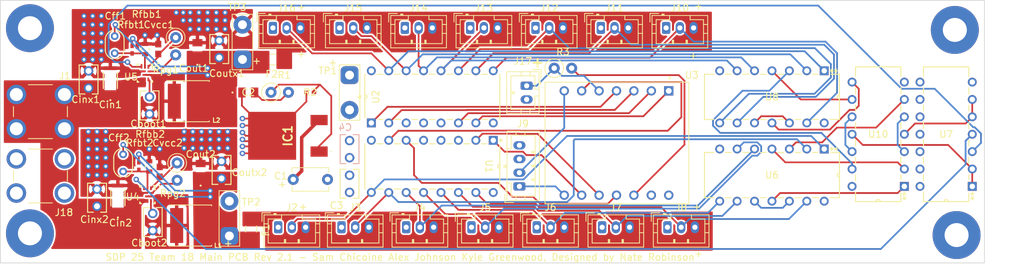
<source format=kicad_pcb>
(kicad_pcb (version 20221018) (generator pcbnew)
  (title_block (title "SDP25 Team18 Main PCB") (date "2024-11-19") (rev "2.1") (company "UMass Amherst") (comment 1 "Designed by Nathan Robinson") (comment 2 "Sam Chicoine") (comment 3 "Alex Johnson") (comment 4 "Kyle Greenwood"))
  (layers (0 "F.Cu" signal) (1 "In1.Cu" power "Power.Cu") (2 "In2.Cu" power "GND.Cu") (31 "B.Cu" signal) (34 "B.Paste" user) (35 "F.Paste" user) (36 "B.SilkS" user "B.Silkscreen") (37 "F.SilkS" user "F.Silkscreen") (38 "B.Mask" user) (39 "F.Mask" user) (44 "Edge.Cuts" user))
  (net 0 "")
  (net 1 "/Vin")
  (net 2 "GND")
  (net 3 "/Vout3")
  (net 4 "Net-(U5-BST)")
  (net 5 "/SW1")
  (net 6 "Net-(U4-BST)")
  (net 7 "/SW2")
  (net 8 "Net-(U5-FB)")
  (net 9 "/Vout2")
  (net 10 "Net-(U4-FB)")
  (net 11 "Net-(U5-VCC)")
  (net 12 "Net-(U4-VCC)")
  (net 13 "Net-(IC1-ADJ)")
  (net 14 "Net-(U1-E)")
  (net 15 "Net-(U1-D)")
  (net 16 "Net-(U1-C)")
  (net 17 "Net-(U1-B)")
  (net 18 "Net-(U1-A)")
  (net 19 "Net-(U1-G)")
  (net 20 "Net-(U1-F)")
  (net 21 "Net-(U2-E)")
  (net 22 "Net-(U2-D)")
  (net 23 "Net-(U2-C)")
  (net 24 "Net-(U2-B)")
  (net 25 "Net-(U2-A)")
  (net 26 "Net-(U2-G)")
  (net 27 "Net-(U2-F)")
  (net 28 "Net-(U3-VCC_3V3)")
  (net 29 "Net-(U3-D4)")
  (net 30 "Net-(U5-SS)")
  (net 31 "Net-(U4-SS)")
  (net 32 "Net-(U1-D1)")
  (net 33 "Net-(U1-D2)")
  (net 34 "Net-(U1-D3)")
  (net 35 "Net-(U1-D0)")
  (net 36 "Net-(U2-D1)")
  (net 37 "Net-(U2-D2)")
  (net 38 "Net-(U2-D3)")
  (net 39 "Net-(U2-D0)")
  (net 40 "Net-(U3-TX_D6)")
  (net 41 "/Vout1")
  (net 42 "Net-(U3-RX_D7)")
  (net 43 "/Vout1-P")
  (net 44 "/Vout2-P")
  (net 46 "Net-(U4-EN)")
  (net 47 "Net-(U5-EN)")
  (net 48 "Net-(U10-C)")
  (net 49 "Net-(U10-A)")
  (net 50 "Net-(U6-H)")
  (net 51 "Net-(U10-B)")
  (net 52 "/OR_out1")
  (net 53 "/OR_out2")
  (net 60 "/J1")
  (net 61 "/K1")
  (net 62 "Net-(U8-H)")
  (net 63 "/M1")
  (net 64 "Net-(U10-D)")
  (net 65 "Net-(U10-H)")
  (footprint "7768:KEYSTONE_7768" (layer "F.Cu") (at 97.79 81.534 90)
    (fp_text reference "J1")
    (fp_text value "7768")
  )
  (footprint "Connector_JST:JST_PH_B4B-PH-K_1x04_P2.00mm_Vertical" (layer "F.Cu") (at 167.64 92.456 90)
    (fp_text reference "J9")
    (fp_text value "Radar Conn")
  )
  (footprint "VLS6045EX_1R0N:IND_VLS6045EX-1R0N" (layer "F.Cu") (at 119.419 80.01)
    (fp_text reference "L2")
    (fp_text value "1uH")
  )
  (footprint "7768:KEYSTONE_7768" (layer "F.Cu") (at 97.79 90.932 90)
    (fp_text reference "J18")
    (fp_text value "7768")
  )
  (footprint "FG18X7R1H104KNT00:CAP_FG18_TDK" (layer "F.Cu") (at 114.173 98.913 90)
    (fp_text reference "Cboot2")
    (fp_text value "0.1uF")
  )
  (footprint "GRM21BR61A226ME44L:CAP_GRM21B_MUR" (layer "F.Cu") (at 128.1049 78.74)
    (fp_text reference "C2")
    (fp_text value "22uF")
  )
  (footprint "RC0603FR_0730KL:RES_RC0603_YAG" (layer "F.Cu") (at 113.665 89.535 90)
    (fp_text reference "Rfbb2")
    (fp_text value "30k")
  )
  (footprint "RC0603FR_0730KL:RES_RC0603_YAG" (layer "F.Cu") (at 113.069 72.39 90)
    (fp_text reference "Rfbb1")
    (fp_text value "30k")
  )
  (footprint "Connector_JST:JST_PH_B3B-PH-K_1x03_P2.00mm_Vertical" (layer "F.Cu") (at 189.23 98.425)
    (fp_text reference "J8")
    (fp_text value "D1PCB7")
  )
  (footprint "Connector_JST:JST_PH_B3B-PH-K_1x03_P2.00mm_Vertical" (layer "F.Cu") (at 169.99 69.3)
    (fp_text reference "J12")
    (fp_text value "D2PCB3")
  )
  (footprint "Resistor_THT:R_Axial_DIN0207_L6.3mm_D2.5mm_P2.54mm_Vertical" (layer "F.Cu") (at 172.72 75.184)
    (fp_text reference "R3")
    (fp_text value "R")
  )
  (footprint "C3216X5R1E336M160AC:CAP_3216_TDK" (layer "F.Cu") (at 109.093 94.107 90)
    (fp_text reference "Cin2")
    (fp_text value "33uF")
  )
  (footprint "ERJ_2RKF62R0X:ERJ_2RKF62R0X" (layer "F.Cu") (at 137.1346 78.7146)
    (fp_text reference "R2")
    (fp_text value "62")
  )
  (footprint "FG18X7R1H104KNT00:CAP_FG18_TDK" (layer "F.Cu") (at 123.864 73.64 90)
    (fp_text reference "Coutx1")
    (fp_text value "0.1uF")
  )
  (footprint "Connector_JST:JST_PH_B3B-PH-K_1x03_P2.00mm_Vertical" (layer "F.Cu") (at 151.13 98.425)
    (fp_text reference "J4")
    (fp_text value "D1PCB3")
  )
  (footprint "MountingHole:MountingHole_3.5mm_Pad" (layer "F.Cu") (at 231.14 69.596)
    (fp_text reference "REF**" hide)
    (fp_text value "MountingHole_3.5mm_Pad")
  )
  (footprint "CD74HCT4511E:N16" (layer "F.Cu") (at 146.05 93.345 -90)
    (fp_text reference "U1")
    (fp_text value "BCD-To-7 2" hide)
  )
  (footprint "EMK107B7105KA_T:cap_UMK107ABJ474KA-T_TAY" (layer "F.Cu") (at 115.189 90.3351 90)
    (fp_text reference "Cvcc2")
    (fp_text value "1uF")
  )
  (footprint "CD4071BE:CD4071BE" (layer "F.Cu") (at 216.154 77.216 180)
    (fp_text reference "U10")
    (fp_text value "OR")
  )
  (footprint "FG18X7R1H104KNT00:CAP_FG18_TDK" (layer "F.Cu") (at 106.045 95.357 90)
    (fp_text reference "Cinx2")
    (fp_text value "0.1uF")
  )
  (footprint "0685T6000_01:FUSC3215X83N" (layer "F.Cu") (at 131.699 73.914 180)
    (fp_text reference "F2")
    (fp_text value "Fuse")
  )
  (footprint "GRM21BR61A226ME44L:CAP_GRM21B_MUR" (layer "F.Cu") (at 121.158 90.043 90)
    (fp_text reference "Cout2")
    (fp_text value "22uF")
  )
  (footprint "Resistor_THT:R_Axial_DIN0207_L6.3mm_D2.5mm_P2.54mm_Vertical" (layer "F.Cu") (at 131.4196 78.7146)
    (fp_text reference "R1")
    (fp_text value "150" hide)
  )
  (footprint "Connector_JST:JST_PH_B3B-PH-K_1x03_P2.00mm_Vertical" (layer "F.Cu") (at 189.04 69.3)
    (fp_text reference "J10")
    (fp_text value "D2PCB1")
  )
  (footprint "TestPoint:TestPoint_2Pads_Pitch5.08mm_Drill1.3mm" (layer "F.Cu") (at 125.349 99.695 90)
    (fp_text reference "TP2")
    (fp_text value "TP 2.5V" hide)
  )
  (footprint "TestPoint:TestPoint_2Pads_Pitch5.08mm_Drill1.3mm" (layer "F.Cu") (at 142.875 76.2 -90)
    (fp_text reference "TP1")
    (fp_text value "TP 5V" hide)
  )
  (footprint "MountingHole:MountingHole_3.5mm_Pad" (layer "F.Cu") (at 96.266 99.314)
    (fp_text reference "REF**" hide)
    (fp_text value "MountingHole_3.5mm_Pad" hide)
  )
  (footprint "AZ1084CDADJTRG1:AZ1084CDADJTRG1" (layer "F.Cu") (at 133.88 85.0646 90)
    (fp_text reference "IC1")
    (fp_text value "5V Voltage Reg." hide)
  )
  (footprint "Connector_JST:JST_PH_B3B-PH-K_1x03_P2.00mm_Vertical" (layer "F.Cu") (at 170.18 98.425)
    (fp_text reference "J6")
    (fp_text value "D1PCB5")
  )
  (footprint "Connector_JST:JST_PH_B2B-PH-K_1x02_P2.00mm_Vertical" (layer "F.Cu") (at 168.698 77.756 -90)
    (fp_text reference "J17")
    (fp_text value "Setup Connector")
  )
  (footprint "Capacitor_THT:C_Disc_D5.1mm_W3.2mm_P5.00mm" (layer "F.Cu") (at 134.66 91.44)
    (fp_text reference "C1")
    (fp_text value "10uF" hide)
  )
  (footprint "C3216X5R1E336M160AC:CAP_3216_TDK" (layer "F.Cu") (at 107.989 76.962 90)
    (fp_text reference "Cin1")
    (fp_text value "33uF")
  )
  (footprint "CD74HCT4511E:N16" (layer "F.Cu") (at 163.83 75.565 90)
    (fp_text reference "U2")
    (fp_text value "BCD-TO-7 1" hide)
  )
  (footprint "FA18C0G1H150JNU00:CAP_FA18_TDK" (layer "F.Cu") (at 108.624 71.755 -90)
    (fp_text reference "Cff1")
    (fp_text value "15pF")
  )
  (footprint "FA18C0G1H150JNU00:CAP_FA18_TDK" (layer "F.Cu") (at 109.855 89.027 -90)
    (fp_text reference "Cff2")
    (fp_text value "15pF")
  )
  (footprint "FG18X7R1H104KNT00:CAP_FG18_TDK" (layer "F.Cu") (at 113.704 81.875 90)
    (fp_text reference "Cboot1")
    (fp_text value "0.1uF")
  )
  (footprint "MountingHole:MountingHole_3.5mm_Pad" (layer "F.Cu") (at 231.394 99.568)
    (fp_text reference "REF**" hide)
    (fp_text value "MountingHole_3.5mm_Pad")
  )
  (footprint "EMK107B7105KA_T:cap_UMK107ABJ474KA-T_TAY" (layer "F.Cu") (at 114.974 72.39 90)
    (fp_text reference "Cvcc1")
    (fp_text value "1uF")
  )
  (footprint "Connector_JST:JST_PH_B3B-PH-K_1x03_P2.00mm_Vertical" (layer "F.Cu") (at 132.461 98.425)
    (fp_text reference "J2")
    (fp_text value "D1PCB1")
  )
  (footprint "Resistor_THT:R_Axial_DIN0207_L6.3mm_D2.5mm_P2.54mm_Vertical" (layer "F.Cu") (at 117.729 89.027 -90)
    (fp_text reference "Rpg2")
    (fp_text value "100k" hide)
  )
  (footprint "TestPoint:TestPoint_2Pads_Pitch5.08mm_Drill1.3mm" (layer "F.Cu") (at 127.254 73.914 90)
    (fp_text reference "TP3")
    (fp_text value "TP 2.5V" hide)
  )
  (footprint "CD4071BE:CD4071BE" (layer "F.Cu") (at 196.85 83.185 -90)
    (fp_text reference "U8")
    (fp_text value "OR")
  )
  (footprint "Connector_JST:JST_PH_B3B-PH-K_1x03_P2.00mm_Vertical" (layer "F.Cu") (at 150.94 69.3)
    (fp_text reference "J14")
    (fp_text value "D2PCB5")
  )
  (footprint "FG18X7R1H104KNT00:CAP_FG18_TDK" (layer "F.Cu") (at 124.206 91.293 90)
    (fp_text reference "Coutx2")
    (fp_text value "0.1uF")
  )
  (footprint "CD4001BE:CD4001BE" (layer "F.Cu") (at 226.06 77.216 180)
    (fp_text reference "U7")
    (fp_text value "NOR")
  )
  (footprint "Resistor_THT:R_Axial_DIN0207_L6.3mm_D2.5mm_P2.54mm_Vertical" (layer "F.Cu") (at 117.514 70.71 -90)
    (fp_text reference "Rpg1")
    (fp_text value "100k")
  )
  (footprint "Connector_JST:JST_PH_B3B-PH-K_1x03_P2.00mm_Vertical" (layer "F.Cu") (at 179.705 98.425)
    (fp_text reference "J7")
    (fp_text value "D1PCB6")
  )
  (footprint "TPS566238PRQFR:RQF0009A" (layer "F.Cu") (at 113.029 75.909998 -90)
    (fp_text reference "U5")
    (fp_text value "TPS566238PRQFR")
  )
  (footprint "FG18X7R1H104KNT00:CAP_FG18_TDK" (layer "F.Cu") (at 104.814 78.085 90)
    (fp_text reference "Cinx1")
    (fp_text value "0.1uF")
  )
  (footprint "CRCW040295K3FKED:RC0402N_VIS" (layer "F.Cu") (at 112.141 89.490201 -90)
    (fp_text reference "Rfbt2")
    (fp_text value "95.3k")
  )
  (footprint "113991054:MODULE_113991054" (layer "F.Cu") (at 181.864 86.1195 -90)
    (fp_text reference "U3")
    (fp_text value "XIAO ESP32C3" hide)
  )
  (footprint "MountingHole:MountingHole_3.5mm_Pad" (layer "F.Cu") (at 96.266 69.342)
    (fp_text reference "REF**" hide)
    (fp_text value "MountingHole_3.5mm_Pad" hide)
  )
  (footprint "Connector_JST:JST_PH_B3B-PH-K_1x03_P2.00mm_Vertical" (layer "F.Cu") (at 160.465 69.3)
    (fp_text reference "J13")
    (fp_text value "D2PCB4" hide)
  )
  (footprint "TPS566238PRQFR:RQF0009A" (layer "F.Cu") (at 113.402999 93.657001 -90)
    (fp_text reference "U4")
    (fp_text value "TPS566238PRQFR")
  )
  (footprint "CRCW040295K3FKED:RC0402N_VIS" (layer "F.Cu") (at 111.164 72.472201 -90)
    (fp_text reference "Rfbt1")
    (fp_text value "95.3k")
  )
  (footprint "Connector_JST:JST_PH_B3B-PH-K_1x03_P2.00mm_Vertical" (layer "F.Cu") (at 141.415 69.3)
    (fp_text reference "J15")
    (fp_text value "D2PCB6")
  )
  (footprint "VLS6045EX_1R0N:IND_VLS6045EX-1R0N" (layer "F.Cu") (at 119.761 98.171)
    (fp_text reference "L1")
    (fp_text value "1uH")
  )
  (footprint "0685T6000_01:FUSC3215X83N" (layer "F.Cu") (at 128.524 98.679 -90)
    (fp_text reference "F1")
    (fp_text value "Fuse")
  )
  (footprint "FG18X7R1H104KNT00:CAP_FG18_TDK" (layer "F.Cu") (at 142.875 93.325 90)
    (fp_text reference "C3")
    (fp_text value "0.1uF" hide)
  )
  (footprint "Connector_JST:JST_PH_B3B-PH-K_1x03_P2.00mm_Vertical" (layer "F.Cu") (at 131.7 69.3)
    (fp_text reference "J16")
    (fp_text value "D2PCB7")
  )
  (footprint "CD4071BE:CD4071BE" (layer "F.Cu") (at 196.85 94.615 -90)
    (fp_text reference "U6")
    (fp_text value "OR")
  )
  (footprint "GRM21BR61A226ME44L:CAP_GRM21B_MUR" (layer "F.Cu") (at 120.689 72.39 90)
    (fp_text reference "Cout1")
    (fp_text value "22uF")
  )
  (footprint "Connector_JST:JST_PH_B3B-PH-K_1x03_P2.00mm_Vertical" (layer "F.Cu") (at 141.7 98.425)
    (fp_text reference "J3")
    (fp_text value "D1PCB2")
  )
  (footprint "Connector_JST:JST_PH_B3B-PH-K_1x03_P2.00mm_Vertical" (layer "F.Cu") (at 179.515 69.3)
    (fp_text reference "J11")
    (fp_text value "D2PCB2")
  )
  (footprint "Connector_JST:JST_PH_B3B-PH-K_1x03_P2.00mm_Vertical" (layer "F.Cu") (at 160.655 98.425)
    (fp_text reference "J5")
    (fp_text value "D1PCB4")
  )
  (footprint "FG18X7R1H104KNT00:CAP_FG18_TDK" (layer "B.Cu") (at 142.875 85.765 -90)
    (fp_text reference "C4")
    (fp_text value "0.1uF" hide)
  )
  (gr_rect (start 91.948 65.278) (end 235.458 103.632) (stroke (width 0.1)) (fill none) (layer "Edge.Cuts"))
  (gr_text "+" (at 135.128 73.66) (layer "F.SilkS") (effects (font (size 1 1)) (justify left bottom)))
  (gr_text "+" (at 135.382 96.012) (layer "F.SilkS") (effects (font (size 1 1)) (justify left bottom)))
  (gr_text "+" (at 192.786 96.012) (layer "F.SilkS") (effects (font (size 1 1)) (justify left bottom)))
  (gr_text "+" (at 193.04 102.87) (layer "F.SilkS") (effects (font (size 1 1)) (justify left bottom)))
  (gr_text "+" (at 169.164 75.184) (layer "F.SilkS") (effects (font (size 1.5 1.5) (thickness 0.3) bold) (justify left bottom)))
  (gr_text "+" (at 193.04 66.675) (layer "F.SilkS") (effects (font (size 1 1)) (justify left bottom)))
  (gr_text "+" (at 124.46 101.346) (layer "F.SilkS") (effects (font (size 1 1)) (justify left bottom)))
  (gr_text "+" (at 130.048 73.66 180) (layer "F.SilkS") (effects (font (size 1 1)) (justify left bottom)))
  (gr_text "+" (at 132.334 92.71) (layer "F.SilkS") (effects (font (size 1 1)) (justify left bottom)))
  (gr_text "SDP 25 Team 18 Main PCB Rev 2.1 - Sam Chicoine Alex Johnson Kyle Greenwood, Designed by Nate Robinson" (at 107.188 103.378) (layer "F.SilkS") (effects (font (size 1 1)) (justify left bottom)))
  (gr_text "+" (at 192.278 73.914) (layer "F.SilkS") (effects (font (size 1 1)) (justify left bottom)))
  (gr_text "+" (at 139.7 74.93) (layer "F.SilkS") (effects (font (size 1 1)) (justify left bottom)))
  (gr_text "+" (at 135.128 66.802) (layer "F.SilkS") (effects (font (size 1 1)) (justify left bottom)))
  (segment (start 138.43 82.7646) (end 135.89 85.3046) (width 0.508) (layer "F.Cu") (net 1))
  (segment (start 135.89 90.21) (end 134.66 91.44) (width 0.508) (layer "F.Cu") (net 1))
  (segment (start 135.89 85.3046) (end 135.89 90.21) (width 0.508) (layer "F.Cu") (net 1))
  (segment (start 114.974 70.524) (end 114.808 70.358) (width 0.25) (layer "F.Cu") (net 2))
  (segment (start 113.665 88.7857) (end 113.665 86.995) (width 0.25) (layer "F.Cu") (net 2))
  (segment (start 113.069 70.397) (end 113.03 70.358) (width 0.25) (layer "F.Cu") (net 2))
  (segment (start 132.8346 79.8396) (end 133.9596 78.7146) (width 0.25) (layer "F.Cu") (net 2))
  (segment (start 130.1316 79.8396) (end 132.8346 79.8396) (width 0.25) (layer "F.Cu") (net 2))
  (segment (start 114.974 71.6661) (end 114.974 70.524) (width 0.25) (layer "F.Cu") (net 2))
  (segment (start 129.032 78.74) (end 130.1316 79.8396) (width 0.25) (layer "F.Cu") (net 2))
  (segment (start 115.189 89.6112) (end 115.189 86.995) (width 0.25) (layer "F.Cu") (net 2))
  (segment (start 113.069 71.6407) (end 113.069 70.397) (width 0.25) (layer "F.Cu") (net 2))
  (via (at 122.174 67.056) (size 0.8) (drill 0.4) (layers "F.Cu" "B.Cu") (net 2))
  (via (at 113.03 70.358) (size 0.8) (drill 0.4) (layers "F.Cu" "B.Cu") (net 2))
  (via (at 105.41 71.374) (size 0.8) (drill 0.4) (layers "F.Cu" "B.Cu") (net 2))
  (via (at 124.714 67.056) (size 0.8) (drill 0.4) (layers "F.Cu" "B.Cu") (net 2))
  (via (at 123.825 85.598) (size 0.8) (drill 0.4) (layers "F.Cu" "B.Cu") (net 2))
  (via (at 119.634 69.469) (size 0.8) (drill 0.4) (layers "F.Cu" "B.Cu") (net 2))
  (via (at 118.745 85.598) (size 0.8) (drill 0.4) (layers "F.Cu" "B.Cu") (net 2))
  (via (at 106.68 72.644) (size 0.8) (drill 0.4) (layers "F.Cu" "B.Cu") (net 2))
  (via (at 106.045 84.455) (size 0.8) (drill 0.4) (layers "F.Cu" "B.Cu") (net 2))
  (via (at 104.775 88.265) (size 0.8) (drill 0.4) (layers "F.Cu" "B.Cu") (net 2))
  (via (at 118.618 68.199) (size 0.8) (drill 0.4) (layers "F.Cu" "B.Cu") (net 2))
  (via (at 104.14 71.374) (size 0.8) (drill 0.4) (layers "F.Cu" "B.Cu") (net 2))
  (via (at 125.095 85.598) (size 0.8) (drill 0.4) (layers "F.Cu" "B.Cu") (net 2))
  (via (at 104.14 70.104) (size 0.8) (drill 0.4) (layers "F.Cu" "B.Cu") (net 2))
  (via (at 121.285 86.868) (size 0.8) (drill 0.4) (layers "F.Cu" "B.Cu") (net 2))
  (via (at 122.174 69.469) (size 0.8) (drill 0.4) (layers "F.Cu" "B.Cu") (net 2))
  (via (at 105.41 68.834) (size 0.8) (drill 0.4) (layers "F.Cu" "B.Cu") (net 2))
  (via (at 107.315 88.265) (size 0.8) (drill 0.4) (layers "F.Cu" "B.Cu") (net 2))
  (via (at 105.41 67.564) (size 0.8) (drill 0.4) (layers "F.Cu" "B.Cu") (net 2))
  (via (at 104.775 86.995) (size 0.8) (drill 0.4) (layers "F.Cu" "B.Cu") (net 2))
  (via (at 123.825 86.868) (size 0.8) (drill 0.4) (layers "F.Cu" "B.Cu") (net 2))
  (via (at 104.775 85.725) (size 0.8) (drill 0.4) (layers "F.Cu" "B.Cu") (net 2))
  (via (at 106.68 68.834) (size 0.8) (drill 0.4) (layers "F.Cu" "B.Cu") (net 2))
  (via (at 121.285 85.598) (size 0.8) (drill 0.4) (layers "F.Cu" "B.Cu") (net 2))
  (via (at 114.808 70.358) (size 0.8) (drill 0.4) (layers "F.Cu" "B.Cu") (net 2))
  (via (at 104.14 68.834) (size 0.8) (drill 0.4) (layers "F.Cu" "B.Cu") (net 2))
  (via (at 106.68 73.914) (size 0.8) (drill 0.4) (layers "F.Cu" "B.Cu") (net 2))
  (via (at 107.315 89.535) (size 0.8) (drill 0.4) (layers "F.Cu" "B.Cu") (net 2))
  (via (at 120.015 85.598) (size 0.8) (drill 0.4) (layers "F.Cu" "B.Cu") (net 2))
  (via (at 124.714 68.199) (size 0.8) (drill 0.4) (layers "F.Cu" "B.Cu") (net 2))
  (via (at 106.68 67.564) (size 0.8) (drill 0.4) (layers "F.Cu" "B.Cu") (net 2))
  (via (at 120.904 67.056) (size 0.8) (drill 0.4) (layers "F.Cu" "B.Cu") (net 2))
  (via (at 104.14 72.644) (size 0.8) (drill 0.4) (layers "F.Cu" "B.Cu") (net 2))
  (via (at 122.555 85.598) (size 0.8) (drill 0.4) (layers "F.Cu" "B.Cu") (net 2))
  (via (at 122.555 84.455) (size 0.8) (drill 0.4) (layers "F.Cu" "B.Cu") (net 2))
  (via (at 118.745 86.868) (size 0.8) (drill 0.4) (layers "F.Cu" "B.Cu") (net 2))
  (via (at 106.68 71.374) (size 0.8) (drill 0.4) (layers "F.Cu" "B.Cu") (net 2))
  (via (at 122.555 86.868) (size 0.8) (drill 0.4) (layers "F.Cu" "B.Cu") (net 2))
  (via (at 118.618 67.056) (size 0.8) (drill 0.4) (layers "F.Cu" "B.Cu") (net 2))
  (via (at 104.775 90.805) (size 0.8) (drill 0.4) (layers "F.Cu" "B.Cu") (net 2))
  (via (at 105.41 73.914) (size 0.8) (drill 0.4) (layers "F.Cu" "B.Cu") (net 2))
  (via (at 123.444 68.199) (size 0.8) (drill 0.4) (layers "F.Cu" "B.Cu") (net 2))
  (via (at 107.315 84.455) (size 0.8) (drill 0.4) (layers "F.Cu" "B.Cu") (net 2))
  (via (at 124.714 69.469) (size 0.8) (drill 0.4) (layers "F.Cu" "B.Cu") (net 2))
  (via (at 107.315 85.725) (size 0.8) (drill 0.4) (layers "F.Cu" "B.Cu") (net 2))
  (via (at 106.68 70.104) (size 0.8) (drill 0.4) (layers "F.Cu" "B.Cu") (net 2))
  (via (at 106.045 90.805) (size 0.8) (drill 0.4) (layers "F.Cu" "B.Cu") (net 2))
  (via (at 119.634 68.199) (size 0.8) (drill 0.4) (layers "F.Cu" "B.Cu") (net 2))
  (via (at 123.444 69.469) (size 0.8) (drill 0.4) (layers "F.Cu" "B.Cu") (net 2))
  (via (at 125.095 86.868) (size 0.8) (drill 0.4) (layers "F.Cu" "B.Cu") (net 2))
  (via (at 121.285 84.455) (size 0.8) (drill 0.4) (layers "F.Cu" "B.Cu") (net 2))
  (via (at 104.14 73.914) (size 0.8) (drill 0.4) (layers "F.Cu" "B.Cu") (net 2))
  (via (at 106.045 85.725) (size 0.8) (drill 0.4) (layers "F.Cu" "B.Cu") (net 2))
  (via (at 104.14 67.564) (size 0.8) (drill 0.4) (layers "F.Cu" "B.Cu") (net 2))
  (via (at 120.015 84.455) (size 0.8) (drill 0.4) (layers "F.Cu" "B.Cu") (net 2))
  (via (at 105.41 70.104) (size 0.8) (drill 0.4) (layers "F.Cu" "B.Cu") (net 2))
  (via (at 118.745 84.455) (size 0.8) (drill 0.4) (layers "F.Cu" "B.Cu") (net 2))
  (via (at 117.602 67.056) (size 0.8) (drill 0.4) (layers "F.Cu" "B.Cu") (net 2))
  (via (at 107.315 90.805) (size 0.8) (drill 0.4) (layers "F.Cu" "B.Cu") (net 2))
  (via (at 115.189 86.995) (size 0.8) (drill 0.4) (layers "F.Cu" "B.Cu") (net 2))
  (via (at 106.045 89.535) (size 0.8) (drill 0.4) (layers "F.Cu" "B.Cu") (net 2))
  (via (at 119.634 67.056) (size 0.8) (drill 0.4) (layers "F.Cu" "B.Cu") (net 2))
  (via (at 105.41 72.644) (size 0.8) (drill 0.4) (layers "F.Cu" "B.Cu") (net 2))
  (via (at 120.904 69.469) (size 0.8) (drill 0.4) (layers "F.Cu" "B.Cu") (net 2))
  (via (at 113.665 86.995) (size 0.8) (drill 0.4) (layers "F.Cu" "B.Cu") (net 2))
  (via (at 107.315 86.995) (size 0.8) (drill 0.4) (layers "F.Cu" "B.Cu") (net 2))
  (via (at 104.775 89.535) (size 0.8) (drill 0.4) (layers "F.Cu" "B.Cu") (net 2))
  (via (at 104.775 84.455) (size 0.8) (drill 0.4) (layers "F.Cu" "B.Cu") (net 2))
  (via (at 106.045 86.995) (size 0.8) (drill 0.4) (layers "F.Cu" "B.Cu") (net 2))
  (via (at 123.444 67.056) (size 0.8) (drill 0.4) (layers "F.Cu" "B.Cu") (net 2))
  (via (at 120.904 68.199) (size 0.8) (drill 0.4) (layers "F.Cu" "B.Cu") (net 2))
  (via (at 122.174 68.199) (size 0.8) (drill 0.4) (layers "F.Cu" "B.Cu") (net 2))
  (via (at 123.825 84.455) (size 0.8) (drill 0.4) (layers "F.Cu" "B.Cu") (net 2))
  (via (at 120.015 86.868) (size 0.8) (drill 0.4) (layers "F.Cu" "B.Cu") (net 2))
  (via (at 106.045 88.265) (size 0.8) (drill 0.4) (layers "F.Cu" "B.Cu") (net 2))
  (via (at 125.095 84.455) (size 0.8) (drill 0.4) (layers "F.Cu" "B.Cu") (net 2))
  (segment (start 142.875 81.28) (end 142.875 82.55) (width 0.25) (layer "B.Cu") (net 2))
  (segment (start 143.51 88.265) (end 142.875 88.265) (width 0.25) (layer "B.Cu") (net 2))
  (segment (start 170.16 69.87) (end 170.18 69.85) (width 0.25) (layer "B.Cu") (net 2))
  (segment (start 131.7 69.595) (end 131.7 69.3) (width 0.25) (layer "B.Cu") (net 2))
  (segment (start 139.7 91.44) (end 139.66 91.44) (width 0.25) (layer "B.Cu") (net 2))
  (segment (start 136.581801 80.062799) (end 131.58 85.0646) (width 0.25) (layer "F.Cu") (net 3))
  (segment (start 127.1778 78.74) (end 127.1778 80.6624) (width 0.25) (layer "F.Cu") (net 3))
  (segment (start 129.0654 82.55) (end 127.254 82.55) (width 0.25) (layer "F.Cu") (net 3))
  (segment (start 130.8434 84.328) (end 131.58 85.0646) (width 0.25) (layer "F.Cu") (net 3))
  (segment (start 127.254 84.582) (end 127.7366 85.0646) (width 0.25) (layer "F.Cu") (net 3))
  (segment (start 130.0306 86.614) (end 131.58 85.0646) (width 0.25) (layer "F.Cu") (net 3))
  (segment (start 131.58 85.0646) (end 130.0814 83.566) (width 0.25) (layer "F.Cu") (net 3))
  (segment (start 127.254 86.614) (end 130.0306 86.614) (width 0.25) (layer "F.Cu") (net 3))
  (segment (start 142.875 76.2) (end 143.51 76.835) (width 0.25) (layer "F.Cu") (net 3))
  (segment (start 127.254 85.598) (end 127.508 85.852) (width 0.25) (layer "F.Cu") (net 3))
  (segment (start 130.0814 83.566) (end 127.254 83.566) (width 0.25) (layer "F.Cu") (net 3))
  (segment (start 127.7366 85.0646) (end 131.58 85.0646) (width 0.25) (layer "F.Cu") (net 3))
  (segment (start 131.58 85.0646) (end 129.0654 82.55) (width 0.25) (layer "F.Cu") (net 3))
  (segment (start 127.508 85.852) (end 130.7926 85.852) (width 0.25) (layer "F.Cu") (net 3))
  (segment (start 130.7926 85.852) (end 131.58 85.0646) (width 0.25) (layer "F.Cu") (net 3))
  (segment (start 127.254 87.63) (end 129.0146 87.63) (width 0.25) (layer "F.Cu") (net 3))
  (segment (start 129.0146 87.63) (end 131.58 85.0646) (width 0.25) (layer "F.Cu") (net 3))
  (segment (start 127.1778 80.6624) (end 131.58 85.0646) (width 0.25) (layer "F.Cu") (net 3))
  (segment (start 136.581801 78.7146) (end 136.581801 80.062799) (width 0.25) (layer "F.Cu") (net 3))
  (via (at 127.254 85.598) (size 0.8) (drill 0.4) (layers "F.Cu" "B.Cu") (net 3))
  (via (at 127.254 83.566) (size 0.8) (drill 0.4) (layers "F.Cu" "B.Cu") (net 3))
  (via (at 127.254 86.614) (size 0.8) (drill 0.4) (layers "F.Cu" "B.Cu") (net 3))
  (via (at 127.254 87.63) (size 0.8) (drill 0.4) (layers "F.Cu" "B.Cu") (net 3))
  (via (at 127.254 84.582) (size 0.8) (drill 0.4) (layers "F.Cu" "B.Cu") (net 3))
  (via (at 127.254 82.55) (size 0.8) (drill 0.4) (layers "F.Cu" "B.Cu") (net 3))
  (segment (start 113.704 79.375) (end 113.704 77.009998) (width 0.25) (layer "F.Cu") (net 4))
  (segment (start 113.704 77.009998) (end 113.529002 76.835) (width 0.25) (layer "F.Cu") (net 4))
  (segment (start 113.907002 94.582003) (end 113.907002 96.147002) (width 0.25) (layer "F.Cu") (net 6))
  (segment (start 113.907002 96.147002) (end 114.173 96.413) (width 0.25) (layer "F.Cu") (net 6))
  (segment (start 113.029003 74.985001) (end 113.029003 73.179297) (width 0.25) (layer "F.Cu") (net 8))
  (segment (start 111.164 73.025) (end 112.9547 73.025) (width 0.25) (layer "F.Cu") (net 8))
  (segment (start 111.144 73.005) (end 111.164 73.025) (width 0.25) (layer "F.Cu") (net 8))
  (segment (start 108.624 73.005) (end 111.144 73.005) (width 0.25) (layer "F.Cu") (net 8))
  (segment (start 113.029003 73.179297) (end 113.069 73.1393) (width 0.25) (layer "F.Cu") (net 8))
  (segment (start 112.9547 73.025) (end 113.069 73.1393) (width 0.25) (layer "F.Cu") (net 8))
  (segment (start 111.164 70.954) (end 111.252 70.866) (width 0.25) (layer "F.Cu") (net 9))
  (segment (start 111.164 71.919402) (end 111.164 70.954) (width 0.25) (layer "F.Cu") (net 9))
  (segment (start 108.624 68.922) (end 108.712 68.834) (width 0.25) (layer "F.Cu") (net 9))
  (segment (start 108.624 70.505) (end 108.624 68.922) (width 0.25) (layer "F.Cu") (net 9))
  (via (at 111.252 70.866) (size 0.8) (drill 0.4) (layers "F.Cu" "B.Cu") (net 9))
  (via (at 108.712 68.834) (size 0.8) (drill 0.4) (layers "F.Cu" "B.Cu") (net 9))
  (via (at 122.174 76.2) (size 0.8) (drill 0.4) (layers "F.Cu" "B.Cu") (net 9))
  (via (at 122.174 75.184) (size 0.8) (drill 0.4) (layers "F.Cu" "B.Cu") (net 9))
  (segment (start 121.92 74.93) (end 122.174 75.184) (width 0.25) (layer "B.Cu") (net 9))
  (segment (start 115.57 75.946) (end 121.92 75.946) (width 0.25) (layer "B.Cu") (net 9))
  (segment (start 121.92 75.946) (end 122.174 76.2) (width 0.25) (layer "B.Cu") (net 9))
  (segment (start 108.712 68.834) (end 108.712 69.088) (width 0.25) (layer "B.Cu") (net 9))
  (segment (start 108.712 69.088) (end 115.57 75.946) (width 0.25) (layer "B.Cu") (net 9))
  (segment (start 115.316 74.93) (end 121.92 74.93) (width 0.25) (layer "B.Cu") (net 9))
  (segment (start 111.252 70.866) (end 115.316 74.93) (width 0.25) (layer "B.Cu") (net 9))
  (segment (start 113.407003 92.732004) (end 113.407003 90.542297) (width 0.25) (layer "F.Cu") (net 10))
  (segment (start 113.407003 90.542297) (end 113.665 90.2843) (width 0.25) (layer "F.Cu") (net 10))
  (segment (start 112.3823 90.2843) (end 112.141 90.043) (width 0.25) (layer "F.Cu") (net 10))
  (segment (start 109.855 90.277) (end 111.907 90.277) (width 0.25) (layer "F.Cu") (net 10))
  (segment (start 113.665 90.2843) (end 112.3823 90.2843) (width 0.25) (layer "F.Cu") (net 10))
  (segment (start 112.141 90.043) (end 112.391003 90.293003) (width 0.25) (layer "F.Cu") (net 10))
  (segment (start 111.907 90.277) (end 112.141 90.043) (width 0.25) (layer "F.Cu") (net 10))
  (segment (start 114.974 73.540003) (end 113.529002 74.985001) (width 0.25) (layer "F.Cu") (net 11))
  (segment (start 114.974 73.1139) (end 114.974 73.540003) (width 0.25) (layer "F.Cu") (net 11))
  (segment (start 115.1101 73.1139) (end 117.514 70.71) (width 0.25) (layer "F.Cu") (net 11))
  (segment (start 114.974 73.1139) (end 115.1101 73.1139) (width 0.25) (layer "F.Cu") (net 11))
  (segment (start 115.189 91.059) (end 115.697 91.059) (width 0.25) (layer "F.Cu") (net 12))
  (segment (start 115.189 91.059) (end 115.189 91.450006) (width 0.25) (layer "F.Cu") (net 12))
  (segment (start 115.697 91.059) (end 117.729 89.027) (width 0.25) (layer "F.Cu") (net 12))
  (segment (start 115.189 91.450006) (end 113.907002 92.732004) (width 0.25) (layer "F.Cu") (net 12))
  (segment (start 140.208 84.7912) (end 140.208 79.248) (width 0.25) (layer "F.Cu") (net 13))
  (segment (start 137.6346 87.3646) (end 140.208 84.7912) (width 0.25) (layer "F.Cu") (net 13))
  (segment (start 137.687399 78.7146) (end 137.687399 78.451801) (width 0.25) (layer "F.Cu") (net 13))
  (segment (start 137.687399 78.451801) (end 138.5496 77.5896) (width 0.25) (layer "F.Cu") (net 13))
  (segment (start 138.5496 77.5896) (end 139.6746 78.7146) (width 0.25) (layer "F.Cu") (net 13))
  (segment (start 131.4196 78.7146) (end 132.5446 77.5896) (width 0.25) (layer "F.Cu") (net 13))
  (segment (start 132.5446 77.5896) (end 138.5496 77.5896) (width 0.25) (layer "F.Cu") (net 13))
  (segment (start 140.208 79.248) (end 139.6746 78.7146) (width 0.25) (layer "F.Cu") (net 13))
  (segment (start 135.28 97.225) (end 134.08 98.425) (width 0.25) (layer "F.Cu") (net 14))
  (segment (start 146.05 93.345) (end 142.17 97.225) (width 0.25) (layer "F.Cu") (net 14))
  (segment (start 142.17 97.225) (end 135.28 97.225) (width 0.25) (layer "F.Cu") (net 14))
  (segment (start 212.09 86.995) (end 210.185 85.09) (width 0.25) (layer "B.Cu") (net 14))
  (segment (start 174.589148 85.09) (end 168.239148 91.44) (width 0.25) (layer "B.Cu") (net 14))
  (segment (start 168.239148 91.44) (end 147.955 91.44) (width 0.25) (layer "B.Cu") (net 14))
  (segment (start 147.955 91.44) (end 146.05 93.345) (width 0.25) (layer "B.Cu") (net 14))
  (segment (start 210.185 85.09) (end 174.589148 85.09) (width 0.25) (layer "B.Cu") (net 14))
  (segment (start 143.7 98.235) (end 148.59 93.345) (width 0.25) (layer "F.Cu") (net 15))
  (segment (start 143.7 98.425) (end 143.7 98.235) (width 0.25) (layer "F.Cu") (net 15))
  (segment (start 175.563244 85.725) (end 175.563244 93.776627) (width 0.25) (layer "B.Cu") (net 15))
  (segment (start 175.563244 93.776627) (end 174.596371 94.7435) (width 0.25) (layer "B.Cu") (net 15))
  (segment (start 175.715944 85.5723) (end 175.563244 85.725) (width 0.25) (layer "B.Cu") (net 15))
  (segment (start 209.55 86.995) (end 208.1273 85.5723) (width 0.25) (layer "B.Cu") (net 15))
  (segment (start 208.1273 85.5723) (end 175.715944 85.5723) (width 0.25) (layer "B.Cu") (net 15))
  (segment (start 149.9885 94.7435) (end 148.59 93.345) (width 0.25) (layer "B.Cu") (net 15))
  (segment (start 174.596371 94.7435) (end 149.9885 94.7435) (width 0.25) (layer "B.Cu") (net 15))
  (segment (start 153.13 95.345) (end 151.13 93.345) (width 0.25) (layer "F.Cu") (net 16))
  (segment (start 153.13 98.425) (end 153.13 95.345) (width 0.25) (layer "F.Cu") (net 16))
  (segment (start 156.305 95.25) (end 153.13 98.425) (width 0.25) (layer "B.Cu") (net 16))
  (segment (start 193.675 95.25) (end 156.305 95.25) (width 0.25) (layer "B.Cu") (net 16))
  (segment (start 201.93 86.995) (end 193.675 95.25) (width 0.25) (layer "B.Cu") (net 16))
  (segment (start 156.845 96.52) (end 160.75 96.52) (width 0.25) (layer "F.Cu") (net 17))
  (segment (start 162.655 98.33) (end 162.655 98.425) (width 0.25) (layer "F.Cu") (net 17))
  (segment (start 153.67 93.345) (end 156.845 96.52) (width 0.25) (layer "F.Cu") (net 17))
  (segment (start 160.75 96.52) (end 162.655 98.425) (width 0.25) (layer "F.Cu") (net 17))
  (segment (start 200.3627 86.0223) (end 202.332906 86.0223) (width 0.25) (layer "B.Cu") (net 17))
  (segment (start 199.39 86.995) (end 200.3627 86.0223) (width 0.25) (layer "B.Cu") (net 17))
  (segment (start 202.9027 87.397906) (end 202.332906 87.9677) (width 0.25) (layer "B.Cu") (net 17))
  (segment (start 201.593696 87.9677) (end 193.861396 95.7) (width 0.25) (layer "B.Cu") (net 17))
  (segment (start 202.332906 87.9677) (end 201.593696 87.9677) (width 0.25) (layer "B.Cu") (net 17))
  (segment (start 165.38 95.7) (end 162.655 98.425) (width 0.25) (layer "B.Cu") (net 17))
  (segment (start 193.861396 95.7) (end 165.38 95.7) (width 0.25) (layer "B.Cu") (net 17))
  (segment (start 202.332906 86.0223) (end 202.9027 86.592094) (width 0.25) (layer "B.Cu") (net 17))
  (segment (start 202.9027 86.592094) (end 202.9027 87.397906) (width 0.25) (layer "B.Cu") (net 17))
  (segment (start 158.75 95.885) (end 169.64 95.885) (width 0.25) (layer "F.Cu") (net 18))
  (segment (start 156.21 93.345) (end 158.75 95.885) (width 0.25) (layer "F.Cu") (net 18))
  (segment (start 169.64 95.885) (end 172.18 98.425) (width 0.25) (layer "F.Cu") (net 18))
  (segment (start 196.85 94.615) (end 195.14 96.325) (width 0.25) (layer "B.Cu") (net 18))
  (segment (start 195.14 96.325) (end 174.28 96.325) (width 0.25) (layer "B.Cu") (net 18))
  (segment (start 174.28 96.325) (end 172.18 98.425) (width 0.25) (layer "B.Cu") (net 18))
  (segment (start 170.403396 96.012) (end 179.292 96.012) (width 0.25) (layer "F.Cu") (net 19))
  (segment (start 160.84 95.435) (end 169.826396 95.435) (width 0.25) (layer "F.Cu") (net 19))
  (segment (start 169.826396 95.435) (end 170.403396 96.012) (width 0.25) (layer "F.Cu") (net 19))
  (segment (start 179.292 96.012) (end 181.705 98.425) (width 0.25) (layer "F.Cu") (net 19))
  (segment (start 158.75 93.345) (end 160.84 95.435) (width 0.25) (layer "F.Cu") (net 19))
  (segment (start 197.23 96.775) (end 183.355 96.775) (width 0.25) (layer "B.Cu") (net 19))
  (segment (start 199.39 94.615) (end 197.23 96.775) (width 0.25) (layer "B.Cu") (net 19))
  (segment (start 183.355 96.775) (end 181.705 98.425) (width 0.25) (layer "B.Cu") (net 19))
  (segment (start 170.012792 94.985) (end 170.531792 95.504) (width 0.25) (layer "F.Cu") (net 20))
  (segment (start 161.29 93.345) (end 162.93 94.985) (width 0.25) (layer "F.Cu") (net 20))
  (segment (start 188.309 95.504) (end 191.23 98.425) (width 0.25) (layer "F.Cu") (net 20))
  (segment (start 170.531792 95.504) (end 188.309 95.504) (width 0.25) (layer "F.Cu") (net 20))
  (segment (start 162.93 94.985) (end 170.012792 94.985) (width 0.25) (layer "F.Cu") (net 20))
  (segment (start 192.43 97.225) (end 191.23 98.425) (width 0.25) (layer "B.Cu") (net 20))
  (segment (start 209.55 94.615) (end 206.94 97.225) (width 0.25) (layer "B.Cu") (net 20))
  (segment (start 206.94 97.225) (end 192.43 97.225) (width 0.25) (layer "B.Cu") (net 20))
  (segment (start 186.68 73.66) (end 191.04 69.3) (width 0.25) (layer "F.Cu") (net 21))
  (segment (start 165.735 73.66) (end 186.68 73.66) (width 0.25) (layer "F.Cu") (net 21))
  (segment (start 163.83 75.565) (end 165.735 73.66) (width 0.25) (layer "F.Cu") (net 21))
  (segment (start 212.276396 71.305) (end 193.045 71.305) (width 0.25) (layer "B.Cu") (net 21))
  (segment (start 213.9627 78.7723) (end 213.9627 72.991304) (width 0.25) (layer "B.Cu") (net 21))
  (segment (start 209.55 83.185) (end 213.9627 78.7723) (width 0.25) (layer "B.Cu") (net 21))
  (segment (start 193.045 71.305) (end 191.04 69.3) (width 0.25) (layer "B.Cu") (net 21))
  (segment (start 213.9627 72.991304) (end 212.276396 71.305) (width 0.25) (layer "B.Cu") (net 21))
  (segment (start 161.29 75.565) (end 163.83 73.025) (width 0.25) (layer "F.Cu") (net 22))
  (segment (start 177.79 73.025) (end 181.515 69.3) (width 0.25) (layer "F.Cu") (net 22))
  (segment (start 163.83 73.025) (end 177.79 73.025) (width 0.25) (layer "F.Cu") (net 22))
  (segment (start 203.2 79.375) (end 210.861796 79.375) (width 0.25) (layer "B.Cu") (net 22))
  (segment (start 210.861796 79.375) (end 213.5127 76.724096) (width 0.25) (layer "B.Cu") (net 22))
  (segment (start 212.09 71.755) (end 183.97 71.755) (width 0.25) (layer "B.Cu") (net 22))
  (segment (start 213.5127 76.724096) (end 213.5127 73.1777) (width 0.25) (layer "B.Cu") (net 22))
  (segment (start 183.97 71.755) (end 181.515 69.3) (width 0.25) (layer "B.Cu") (net 22))
  (segment (start 213.5127 73.1777) (end 212.09 71.755) (width 0.25) (layer "B.Cu") (net 22))
  (segment (start 199.39 83.185) (end 203.2 79.375) (width 0.25) (layer "B.Cu") (net 22))
  (segment (start 158.75 75.565) (end 161.925 72.39) (width 0.25) (layer "F.Cu") (net 23))
  (segment (start 168.9 72.39) (end 171.99 69.3) (width 0.25) (layer "F.Cu") (net 23))
  (segment (start 161.925 72.39) (end 168.9 72.39) (width 0.25) (layer "F.Cu") (net 23))
  (segment (start 213.0627 74.5923) (end 210.7294 72.259) (width 0.25) (layer "B.Cu") (net 23))
  (segment (start 201.11 78.925) (end 210.6754 78.925) (width 0.25) (layer "B.Cu") (net 23))
  (segment (start 210.6754 78.925) (end 213.0627 76.5377) (width 0.25) (layer "B.Cu") (net 23))
  (segment (start 196.85 83.185) (end 201.11 78.925) (width 0.25) (layer "B.Cu") (net 23))
  (segment (start 213.0627 76.5377) (end 213.0627 74.5923) (width 0.25) (layer "B.Cu") (net 23))
  (segment (start 174.949 72.259) (end 171.99 69.3) (width 0.25) (layer "B.Cu") (net 23))
  (segment (start 210.7294 72.259) (end 174.949 72.259) (width 0.25) (layer "B.Cu") (net 23))
  (segment (start 162.465 69.31) (end 162.465 69.3) (width 0.25) (layer "F.Cu") (net 24))
  (segment (start 156.21 75.565) (end 162.465 69.31) (width 0.25) (layer "F.Cu") (net 24))
  (segment (start 197.884 74.059) (end 157.716 74.059) (width 0.25) (layer "B.Cu") (net 24))
  (segment (start 199.39 75.565) (end 197.884 74.059) (width 0.25) (layer "B.Cu") (net 24))
  (segment (start 157.716 74.059) (end 156.21 75.565) (width 0.25) (layer "B.Cu") (net 24))
  (segment (start 152.94 74.835) (end 153.67 75.565) (width 0.25) (layer "F.Cu") (net 25))
  (segment (start 152.94 69.3) (end 152.94 74.835) (width 0.25) (layer "F.Cu") (net 25))
  (segment (start 199.974 73.609) (end 155.626 73.609) (width 0.25) (layer "B.Cu") (net 25))
  (segment (start 201.93 75.565) (end 199.974 73.609) (width 0.25) (layer "B.Cu") (net 25))
  (segment (start 155.626 73.609) (end 153.67 75.565) (width 0.25) (layer "B.Cu") (net 25))
  (segment (start 143.415 69.3) (end 144.615 70.5) (width 0.25) (layer "F.Cu") (net 26))
  (segment (start 146.065 70.5) (end 151.13 75.565) (width 0.25) (layer "F.Cu") (net 26))
  (segment (start 144.615 70.5) (end 146.065 70.5) (width 0.25) (layer "F.Cu") (net 26))
  (segment (start 153.536 73.159) (end 151.13 75.565) (width 0.25) (layer "B.Cu") (net 26))
  (segment (start 209.55 75.565) (end 207.144 73.159) (width 0.25) (layer "B.Cu") (net 26))
  (segment (start 207.144 73.159) (end 153.536 73.159) (width 0.25) (layer "B.Cu") (net 26))
  (segment (start 133.7 69.3) (end 137.425 73.025) (width 0.25) (layer "F.Cu") (net 27))
  (segment (start 137.425 73.025) (end 146.05 73.025) (width 0.25) (layer "F.Cu") (net 27))
  (segment (start 146.05 73.025) (end 148.59 75.565) (width 0.25) (layer "F.Cu") (net 27))
  (segment (start 209.234 72.709) (end 151.446 72.709) (width 0.25) (layer "B.Cu") (net 27))
  (segment (start 151.446 72.709) (end 148.59 75.565) (width 0.25) (layer "B.Cu") (net 27))
  (segment (start 212.09 75.565) (end 209.234 72.709) (width 0.25) (layer "B.Cu") (net 27))
  (segment (start 191.712 77.029604) (end 191.712 86.368) (width 0.25) (layer "F.Cu") (net 28))
  (segment (start 176.276 76.2) (end 190.882396 76.2) (width 0.25) (layer "F.Cu") (net 28))
  (segment (start 191.712 86.368) (end 184.3405 93.7395) (width 0.25) (layer "F.Cu") (net 28))
  (segment (start 175.26 75.184) (end 176.276 76.2) (width 0.25) (layer "F.Cu") (net 28))
  (segment (start 190.882396 76.2) (end 191.712 77.029604) (width 0.25) (layer "F.Cu") (net 28))
  (segment (start 172.72 75.184) (end 173.845 76.309) (width 0.25) (layer "B.Cu") (net 29))
  (segment (start 170.148 77.756) (end 172.72 75.184) (width 0.25) (layer "B.Cu") (net 29))
  (segment (start 168.698 77.756) (end 170.148 77.756) (width 0.25) (layer "B.Cu") (net 29))
  (segment (start 177.07 76.309) (end 179.2605 78.4995) (width 0.25) (layer "B.Cu") (net 29))
  (segment (start 173.845 76.309) (end 177.07 76.309) (width 0.25) (layer "B.Cu") (net 29))
  (segment (start 113.704 75.659998) (end 115.104002 75.659998) (width 0.25) (layer "F.Cu") (net 30))
  (segment (start 115.104002 75.659998) (end 117.514 73.25) (width 0.25) (layer "F.Cu") (net 30))
  (segment (start 115.443 92.075) (end 117.221 92.075) (width 0.25) (layer "F.Cu") (net 31))
  (segment (start 114.082 93.407001) (end 114.110999 93.407001) (width 0.25) (layer "F.Cu") (net 31))
  (segment (start 114.110999 93.407001) (end 115.443 92.075) (width 0.25) (layer "F.Cu") (net 31))
  (segment (start 117.221 92.075) (end 117.729 91.567) (width 0.25) (layer "F.Cu") (net 31))
  (segment (start 168.153 87.381) (end 165.486 87.381) (width 0.25) (layer "F.Cu") (net 32))
  (segment (start 170.865 87.884) (end 168.656 87.884) (width 0.25) (layer "F.Cu") (net 32))
  (segment (start 165.486 87.381) (end 163.83 85.725) (width 0.25) (layer "F.Cu") (net 32))
  (segment (start 176.7205 93.7395) (end 170.865 87.884) (width 0.25) (layer "F.Cu") (net 32))
  (segment (start 168.656 87.884) (end 168.153 87.381) (width 0.25) (layer "F.Cu") (net 32))
  (segment (start 170.299 84.778) (end 167.55921 84.778) (width 0.25) (layer "F.Cu") (net 33))
  (segment (start 167.55921 84.778) (end 167.53351 84.7523) (width 0.25) (layer "F.Cu") (net 33))
  (segment (start 179.2605 93.7395) (end 170.299 84.778) (width 0.25) (layer "F.Cu") (net 33))
  (segment (start 167.53351 84.7523) (end 162.2627 84.7523) (width 0.25) (layer "F.Cu") (net 33))
  (segment (start 162.2627 84.7523) (end 161.29 85.725) (width 0.25) (layer "F.Cu") (net 33))
  (segment (start 164.592 91.948) (end 153.416 91.948) (width 0.25) (layer "F.Cu") (net 34))
  (segment (start 169.644188 93.98) (end 170.660188 94.996) (width 0.25) (layer "F.Cu") (net 34))
  (segment (start 180.544 94.996) (end 181.8005 93.7395) (width 0.25) (layer "F.Cu") (net 34))
  (segment (start 170.660188 94.996) (end 180.544 94.996) (width 0.25) (layer "F.Cu") (net 34))
  (segment (start 153.416 91.948) (end 152.273 90.805) (width 0.25) (layer "F.Cu") (net 34))
  (segment (start 166.624 93.98) (end 164.592 91.948) (width 0.25) (layer "F.Cu") (net 34))
  (segment (start 152.273 90.805) (end 152.273 86.868) (width 0.25) (layer "F.Cu") (net 34))
  (segment (start 152.273 86.868) (end 151.13 85.725) (width 0.25) (layer "F.Cu") (net 34))
  (segment (start 166.624 93.98) (end 169.644188 93.98) (width 0.25) (layer "F.Cu") (net 34))
  (segment (start 191.262 77.216) (end 191.262 82.3355) (width 0.25) (layer "F.Cu") (net 35))
  (segment (start 178.004 77.216) (end 191.262 77.216) (width 0.25) (layer "F.Cu") (net 35))
  (segment (start 167.745606 84.328) (end 167.719906 84.3023) (width 0.25) (layer "F.Cu") (net 35))
  (segment (start 176.7205 78.4995) (end 178.004 77.216) (width 0.25) (layer "F.Cu") (net 35))
  (segment (start 162.076304 84.3023) (end 162.050604 84.328) (width 0.25) (layer "F.Cu") (net 35))
  (segment (start 162.050604 84.328) (end 149.987 84.328) (width 0.25) (layer "F.Cu") (net 35))
  (segment (start 191.262 82.3355) (end 189.2695 84.328) (width 0.25) (layer "F.Cu") (net 35))
  (segment (start 149.987 84.328) (end 148.59 85.725) (width 0.25) (layer "F.Cu") (net 35))
  (segment (start 167.719906 84.3023) (end 162.076304 84.3023) (width 0.25) (layer "F.Cu") (net 35))
  (segment (start 189.2695 84.328) (end 167.745606 84.328) (width 0.25) (layer "F.Cu") (net 35))
  (segment (start 179.47 80.83) (end 148.405 80.83) (width 0.25) (layer "F.Cu") (net 36))
  (segment (start 181.8005 78.4995) (end 179.47 80.83) (width 0.25) (layer "F.Cu") (net 36))
  (segment (start 148.405 80.83) (end 146.05 83.185) (width 0.25) (layer "F.Cu") (net 36))
  (segment (start 150.4627 81.3123) (end 148.59 83.185) (width 0.25) (layer "F.Cu") (net 37))
  (segment (start 181.56 81.28) (end 160.02 81.28) (width 0.25) (layer "F.Cu") (net 37))
  (segment (start 159.9877 81.3123) (end 150.4627 81.3123) (width 0.25) (layer "F.Cu") (net 37))
  (segment (start 184.3405 78.4995) (end 181.56 81.28) (width 0.25) (layer "F.Cu") (net 37))
  (segment (start 160.02 81.28) (end 159.9877 81.3123) (width 0.25) (layer "F.Cu") (net 37))
  (segment (start 186.8805 78.4995) (end 183.6177 81.7623) (width 0.25) (layer "F.Cu") (net 38))
  (segment (start 183.6177 81.7623) (end 160.1727 81.7623) (width 0.25) (layer "F.Cu") (net 38))
  (segment (start 160.1727 81.7623) (end 158.75 83.185) (width 0.25) (layer "F.Cu") (net 38))
  (segment (start 189.4205 78.4995) (end 185.7077 82.2123) (width 0.25) (layer "F.Cu") (net 39))
  (segment (start 162.2627 82.2123) (end 161.29 83.185) (width 0.25) (layer "F.Cu") (net 39))
  (segment (start 185.7077 82.2123) (end 162.2627 82.2123) (width 0.25) (layer "F.Cu") (net 39))
  (segment (start 174.1805 83.9155) (end 174.1805 78.4995) (width 0.25) (layer "B.Cu") (net 40))
  (segment (start 167.64 90.456) (end 174.1805 83.9155) (width 0.25) (layer "B.Cu") (net 40))
  (segment (start 109.855 87.777) (end 109.855 86.36) (width 0.25) (layer "F.Cu") (net 41))
  (segment (start 112.141 88.937402) (end 112.141 87.757) (width 0.25) (layer "F.Cu") (net 41))
  (via (at 112.141 87.757) (size 0.8) (drill 0.4) (layers "F.Cu" "B.Cu") (net 41))
  (via (at 109.855 86.36) (size 0.8) (drill 0.4) (layers "F.Cu" "B.Cu") (net 41))
  (via (at 122.555 93.98) (size 0.8) (drill 0.4) (layers "F.Cu" "B.Cu") (net 41))
  (via (at 122.555 93.091) (size 0.8) (drill 0.4) (layers "F.Cu" "B.Cu") (net 41))
  (segment (start 112.141 87.757) (end 117.475 93.091) (width 0.25) (layer "B.Cu") (net 41))
  (segment (start 117.475 93.091) (end 122.555 93.091) (width 0.25) (layer "B.Cu") (net 41))
  (segment (start 109.855 86.36) (end 117.475 93.98) (width 0.25) (layer "B.Cu") (net 41))
  (segment (start 117.475 93.98) (end 122.555 93.98) (width 0.25) (layer "B.Cu") (net 41))
  (segment (start 172.897 92.456) (end 174.1805 93.7395) (width 0.25) (layer "B.Cu") (net 42))
  (segment (start 167.64 92.456) (end 172.897 92.456) (width 0.25) (layer "B.Cu") (net 42))
  (segment (start 112.903 92.732004) (end 112.903 92.583) (width 0.25) (layer "F.Cu") (net 46))
  (segment (start 112.903 92.583) (end 111.76 91.44) (width 0.25) (layer "F.Cu") (net 46))
  (via (at 111.76 91.44) (size 0.8) (drill 0.4) (layers "F.Cu" "B.Cu") (net 46))
  (segment (start 232.7073 85.8087) (end 233.68 84.836) (width 0.25) (layer "B.Cu") (net 46))
  (segment (start 220.345 101.6) (end 232.7073 89.2377) (width 0.25) (layer "B.Cu") (net 46))
  (segment (start 111.76 91.44) (end 121.92 101.6) (width 0.25) (layer "B.Cu") (net 46))
  (segment (start 232.7073 89.2377) (end 232.7073 85.8087) (width 0.25) (layer "B.Cu") (net 46))
  (segment (start 121.92 101.6) (end 220.345 101.6) (width 0.25) (layer "B.Cu") (net 46))
  (segment (start 112.529001 74.985001) (end 112.529001 74.683001) (width 0.25) (layer "F.Cu") (net 47))
  (segment (start 111.180001 74.985001) (end 110.49 74.295) (width 0.25) (layer "F.Cu") (net 47))
  (segment (start 112.529001 74.985001) (end 111.180001 74.985001) (width 0.25) (layer "F.Cu") (net 47))
  (via (at 110.49 74.295) (size 0.8) (drill 0.4) (layers "F.Cu" "B.Cu") (net 47))
  (segment (start 234.95 84.730394) (end 234.95 86.106) (width 0.25) (layer "B.Cu") (net 47))
  (segment (start 228.197094 78.1887) (end 233.828394 83.82) (width 0.25) (layer "B.Cu") (net 47))
  (segment (start 233.828394 83.82) (end 234.039606 83.82) (width 0.25) (layer "B.Cu") (net 47))
  (segment (start 234.039606 83.82) (end 234.95 84.730394) (width 0.25) (layer "B.Cu") (net 47))
  (segment (start 107.7402 73.371082) (end 107.7402 68.780495) (width 0.25) (layer "B.Cu") (net 47))
  (segment (start 110.49 74.295) (end 108.664118 74.295) (width 0.25) (layer "B.Cu") (net 47))
  (segment (start 223.371094 78.1887) (end 228.197094 78.1887) (width 0.25) (layer "B.Cu") (net 47))
  (segment (start 211.222394 66.04) (end 223.371094 78.1887) (width 0.25) (layer "B.Cu") (net 47))
  (segment (start 234.95 86.106) (end 233.68 87.376) (width 0.25) (layer "B.Cu") (net 47))
  (segment (start 110.480695 66.04) (end 211.222394 66.04) (width 0.25) (layer "B.Cu") (net 47))
  (segment (start 107.7402 68.780495) (end 110.480695 66.04) (width 0.25) (layer "B.Cu") (net 47))
  (segment (start 108.664118 74.295) (end 107.7402 73.371082) (width 0.25) (layer "B.Cu") (net 47))
  (segment (start 207.9827 86.0223) (end 207.01 86.995) (width 0.25) (layer "F.Cu") (net 48))
  (segment (start 213.9517 83.8633) (end 211.7927 86.0223) (width 0.25) (layer "F.Cu") (net 48))
  (segment (start 219.6667 83.8633) (end 213.9517 83.8633) (width 0.25) (layer "F.Cu") (net 48))
  (segment (start 223.774 79.756) (end 219.6667 83.8633) (width 0.25) (layer "F.Cu") (net 48))
  (segment (start 211.7927 86.0223) (end 207.9827 86.0223) (width 0.25) (layer "F.Cu") (net 48))
  (segment (start 204.47 86.995) (end 206.4183 88.9433) (width 0.25) (layer "F.Cu") (net 49))
  (segment (start 206.4183 88.9433) (end 222.8013 88.9433) (width 0.25) (layer "F.Cu") (net 49))
  (segment (start 222.8013 88.9433) (end 223.774 89.916) (width 0.25) (layer "F.Cu") (net 49))
  (segment (start 201.93 94.615) (end 202.9027 95.5877) (width 0.25) (layer "B.Cu") (net 50))
  (segment (start 202.9027 95.5877) (end 206.0373 95.5877) (width 0.25) (layer "B.Cu") (net 50))
  (segment (start 206.0373 95.5877) (end 207.01 94.615) (width 0.25) (layer "B.Cu") (net 50))
  (segment (start 205.6563 93.4287) (end 204.47 94.615) (width 0.25) (layer "F.Cu") (net 51))
  (segment (start 223.774 92.456) (end 222.8013 93.4287) (width 0.25) (layer "F.Cu") (net 51))
  (segment (start 222.8013 93.4287) (end 205.6563 93.4287) (width 0.25) (layer "F.Cu") (net 51))
  (segment (start 217.7213 86.4033) (end 230.1673 86.4033) (width 0.25) (layer "F.Cu") (net 52))
  (segment (start 216.154 84.836) (end 217.7213 86.4033) (width 0.25) (layer "F.Cu") (net 52))
  (segment (start 233.68 92.456) (end 233.68 89.916) (width 0.25) (layer "F.Cu") (net 52))
  (segment (start 230.1673 86.4033) (end 233.68 89.916) (width 0.25) (layer "F.Cu") (net 52))
  (segment (start 233.68 82.296) (end 233.68 79.756) (width 0.25) (layer "F.Cu") (net 53))
  (segment (start 232.7073 83.2687) (end 233.68 82.296) (width 0.25) (layer "F.Cu") (net 53))
  (segment (start 223.774 84.836) (end 225.3413 83.2687) (width 0.25) (layer "F.Cu") (net 53))
  (segment (start 225.3413 83.2687) (end 232.7073 83.2687) (width 0.25) (layer "F.Cu") (net 53))
  (segment (start 207.01 75.565) (end 204.1 78.475) (width 0.25) (layer "B.Cu") (net 60))
  (segment (start 196.929394 84.64) (end 211.6804 84.64) (width 0.25) (layer "B.Cu") (net 60))
  (segment (start 195.8773 82.782094) (end 195.8773 83.587906) (width 0.25) (layer "B.Cu") (net 60))
  (segment (start 200.184394 78.475) (end 195.8773 82.782094) (width 0.25) (layer "B.Cu") (net 60))
  (segment (start 204.1 78.475) (end 200.184394 78.475) (width 0.25) (layer "B.Cu") (net 60))
  (segment (start 195.8773 83.587906) (end 196.929394 84.64) (width 0.25) (layer "B.Cu") (net 60))
  (segment (start 216.154 89.1136) (end 216.154 89.916) (width 0.25) (layer "B.Cu") (net 60))
  (segment (start 211.6804 84.64) (end 216.154 89.1136) (width 0.25) (layer "B.Cu") (net 60))
  (segment (start 208.661 79.756) (end 216.154 79.756) (width 0.25) (layer "F.Cu") (net 61))
  (segment (start 204.47 75.565) (end 208.661 79.756) (width 0.25) (layer "F.Cu") (net 61))
  (segment (start 202.9027 82.2123) (end 201.93 83.185) (width 0.25) (layer "F.Cu") (net 62))
  (segment (start 207.01 83.185) (end 206.0373 82.2123) (width 0.25) (layer "F.Cu") (net 62))
  (segment (start 206.0373 82.2123) (end 202.9027 82.2123) (width 0.25) (layer "F.Cu") (net 62))
  (segment (start 205.4427 84.1577) (end 212.916694 84.1577) (width 0.25) (layer "F.Cu") (net 63))
  (segment (start 204.47 83.185) (end 205.4427 84.1577) (width 0.25) (layer "F.Cu") (net 63))
  (segment (start 217.1267 80.6883) (end 217.1267 78.1887) (width 0.25) (layer "F.Cu") (net 63))
  (segment (start 217.1267 78.1887) (end 216.154 77.216) (width 0.25) (layer "F.Cu") (net 63))
  (segment (start 216.535 81.28) (end 217.1267 80.6883) (width 0.25) (layer "F.Cu") (net 63))
  (segment (start 215.794394 81.28) (end 216.535 81.28) (width 0.25) (layer "F.Cu") (net 63))
  (segment (start 212.916694 84.1577) (end 215.794394 81.28) (width 0.25) (layer "F.Cu") (net 63))
  (segment (start 222.8013 86.4033) (end 223.774 87.376) (width 0.25) (layer "B.Cu") (net 64))
  (segment (start 222.8013 83.2687) (end 222.8013 86.4033) (width 0.25) (layer "B.Cu") (net 64))
  (segment (start 223.774 82.296) (end 222.8013 83.2687) (width 0.25) (layer "B.Cu") (net 64))
  (segment (start 216.154 82.296) (end 215.1813 83.2687) (width 0.25) (layer "B.Cu") (net 65))
  (segment (start 215.1813 83.2687) (end 215.1813 86.4033) (width 0.25) (layer "B.Cu") (net 65))
  (segment (start 215.1813 86.4033) (end 216.154 87.376) (width 0.25) (layer "B.Cu") (net 65))
  (zone (net 44) (net_name "/Vout2-P") (layer "F.Cu") (priority 8) (connect_pads yes (clearance 0.254)) (min_thickness 0.25) (fill yes (thermal_gap 0.5) (thermal_bridge_width 0.5))
    (polygon (pts (xy 132.207 75.311) (xy 132.207 72.39) (xy 129.54 72.39) (xy 129.54 66.929) (xy 195.707 66.929) (xy 195.707 72.771) (xy 134.493 72.898) (xy 134.493 75.311)))
  )
  (zone (net 2) (net_name "GND") (layer "F.Cu") (priority 1) (connect_pads (clearance 0.254)) (min_thickness 0.25) (fill yes (thermal_gap 0.5) (thermal_bridge_width 0.5))
    (polygon (pts (xy 102.362 66.548) (xy 102.362 76.708) (xy 112.264 76.581) (xy 113.538 75.438) (xy 112.649 75.057) (xy 110.109 72.39) (xy 114.808 72.39) (xy 128.778 72.39) (xy 128.778 66.548)))
  )
  (zone (net 41) (net_name "/Vout1") (layer "F.Cu") (priority 2) (connect_pads yes (clearance 0.254)) (min_thickness 0.25) (fill yes (thermal_gap 0.5) (thermal_bridge_width 0.5) (island_removal_mode 1) (island_area_min 9.999997))
    (polygon (pts (xy 120.015 90.297) (xy 126.492 90.297) (xy 126.492 99.06) (xy 129.794 99.06) (xy 129.794 101.6) (xy 120.142 101.6)))
  )
  (zone (net 1) (net_name "/Vin") (layer "F.Cu") (connect_pads yes (clearance 0.254)) (min_thickness 0.25) (fill yes (thermal_gap 0.5) (thermal_bridge_width 0.5) (island_removal_mode 1) (island_area_min 9.999998))
    (polygon (pts (xy 97.79 86.106) (xy 92.456 86.106) (xy 92.456 83.185) (xy 103.378 83.185) (xy 103.378 94.234) (xy 113.538 94.234) (xy 113.538 95.25) (xy 112.522 95.25) (xy 112.522 101.6) (xy 97.79 101.6)))
  )
  (zone (net 9) (net_name "/Vout2") (layer "F.Cu") (priority 5) (connect_pads yes (clearance 0.254)) (min_thickness 0.25) (fill yes (thermal_gap 0.5) (thermal_bridge_width 0.5))
    (polygon (pts (xy 119.126 72.644) (xy 129.286 72.644) (xy 131.191 72.644) (xy 131.191 75.946) (xy 126.492 75.946) (xy 126.492 83.82) (xy 119.126 83.82)))
  )
  (zone (net 5) (net_name "/SW1") (layer "F.Cu") (priority 3) (connect_pads (clearance 0.254)) (min_thickness 0.25) (fill yes (thermal_gap 0.5) (thermal_bridge_width 0.5) (island_removal_mode 1) (island_area_min 9.999998))
    (polygon (pts (xy 112.434 75.946) (xy 112.434 76.454) (xy 113.958 76.454) (xy 113.958 77.47) (xy 112.18 79.756) (xy 112.18 83.82) (xy 119.038 83.82) (xy 119.038 75.946)))
  )
  (zone (net 43) (net_name "/Vout1-P") (layer "F.Cu") (priority 9) (connect_pads yes (clearance 0.254)) (min_thickness 0.25) (fill yes (thermal_gap 0.5) (thermal_bridge_width 0.5))
    (polygon (pts (xy 127.254 96.139) (xy 195.834 96.139) (xy 195.834 101.854) (xy 130.556 101.854) (xy 130.556 98.298) (xy 127.254 98.298)))
  )
  (zone (net 2) (net_name "GND") (layer "F.Cu") (priority 1) (connect_pads (clearance 0.254)) (min_thickness 0.25) (fill yes (thermal_gap 0.5) (thermal_bridge_width 0.5))
    (polygon (pts (xy 103.632 83.947) (xy 103.632 93.98) (xy 113.534 93.98) (xy 113.538 93.218) (xy 112.649 92.837) (xy 111.379 89.535) (xy 116.078 90.17) (xy 126.492 90.17) (xy 126.492 83.947)))
  )
  (zone (net 1) (net_name "/Vin") (layer "F.Cu") (priority 4) (connect_pads yes (clearance 0.254)) (min_thickness 0.25) (fill yes (thermal_gap 0.5) (thermal_bridge_width 0.5) (island_removal_mode 1) (island_area_min 9.999998))
    (polygon (pts (xy 112.014 77.978) (xy 113.157 77.978) (xy 113.284 76.454) (xy 109.347 76.962) (xy 92.456 76.962) (xy 92.456 83.82) (xy 112.014 83.82)))
  )
  (zone (net 7) (net_name "/SW2") (layer "F.Cu") (connect_pads (clearance 0.254)) (min_thickness 0.25) (fill yes (thermal_gap 0.5) (thermal_bridge_width 0.5))
    (polygon (pts (xy 119.38 93.599) (xy 113.03 93.599) (xy 113.03 94.234) (xy 112.903 94.361) (xy 112.903 95.377) (xy 113.03 95.377) (xy 113.03 97.409) (xy 113.03 101.6) (xy 119.507 101.6)))
  )
)
</source>
